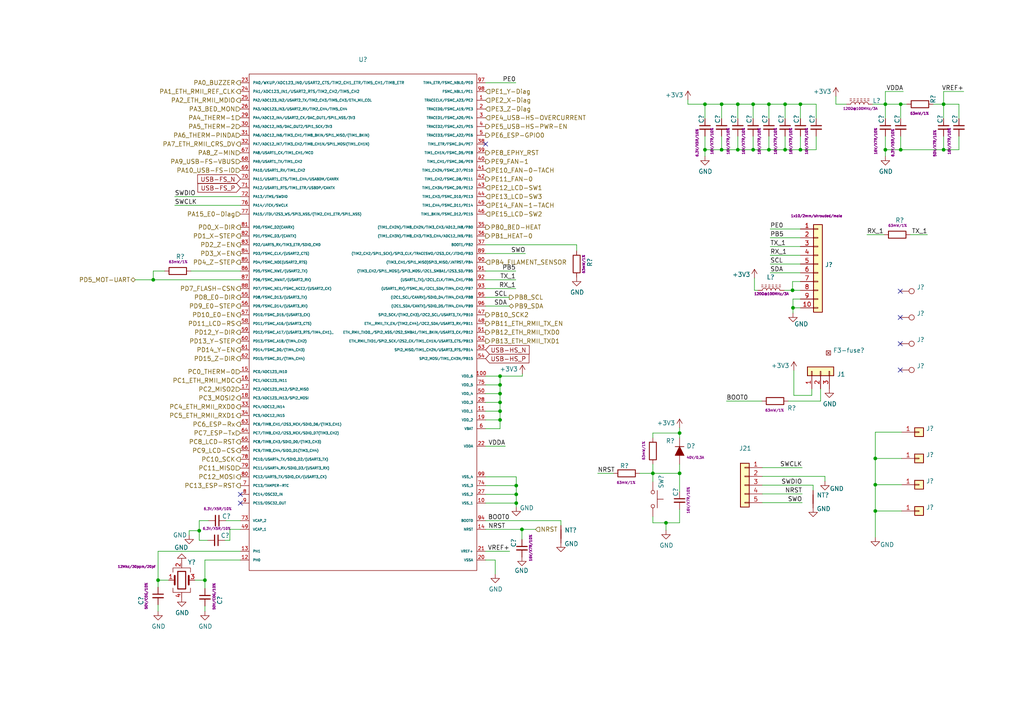
<source format=kicad_sch>
(kicad_sch (version 20211123) (generator eeschema)
  (paper "A4")
  (title_block (title "Buddy") (date "2019-10-24") (rev "v1.0.0") (company "PRUSA Research s.r.o.") (comment 1 "http://creativecommons.org/licenses/by-sa/4.0/") (comment 2 "Licensed under the Attribution-ShareAlike 4.0 International (CC BY-SA 4.0)"))
  (lib_symbols
    (symbol "BUDDY_v1.0.0-rescue:+3.3V-power" (power) (pin_names (offset 0))
      (property "Value" "+3.3V-power" (at 0 3.556 0))
      (symbol "+3.3V-power_0_1"
        (polyline (pts (xy -0.762 1.27) (xy 0 2.54)))
        (polyline (pts (xy 0 0) (xy 0 2.54)))
        (polyline (pts (xy 0 2.54) (xy 0.762 1.27)))
      )
      (symbol "+3.3V-power_1_1"
        (pin power_in line (at 0 0 90) (length 0) hide (name "+3V3") (number "1"))
      )
    )
    (symbol "BUDDY_v1.0.0-rescue:D_ALT-Device" (pin_numbers hide) (pin_names (offset 1.016) hide)
      (property "Reference" "D" (at 0 2.54 0))
      (property "Value" "D_ALT-Device" (at 0 -2.54 0))
      (symbol "D_ALT-Device_0_1"
        (polyline (pts (xy -1.27 1.27) (xy -1.27 -1.27)) (stroke (width 0.2032)))
        (polyline (pts (xy 1.27 0) (xy -1.27 0)))
        (polyline (pts (xy 1.27 1.27) (xy 1.27 -1.27) (xy -1.27 0) (xy 1.27 1.27)) (stroke (width 0.2032)) (fill (type outline)))
      )
      (symbol "D_ALT-Device_1_1"
        (pin passive line (at -3.81 0 0) (length 2.54) (name "K") (number "1"))
        (pin passive line (at 3.81 0 180) (length 2.54) (name "A") (number "2"))
      )
    )
    (symbol "BUDDY_v1.0.0-rescue:L_Core_Ferrite-Device" (pin_numbers hide) (pin_names (offset 1.016) hide)
      (property "Reference" "L" (at -1.27 0 90))
      (property "Value" "L_Core_Ferrite-Device" (at 2.794 0 90))
      (symbol "L_Core_Ferrite-Device_0_1"
        (arc (start 0 -2.54) (mid 0.635 -1.905) (end 0 -1.27))
        (arc (start 0 -1.27) (mid 0.635 -0.635) (end 0 0))
        (polyline (pts (xy 1.016 -2.794) (xy 1.016 -2.286)))
        (polyline (pts (xy 1.016 -1.778) (xy 1.016 -1.27)))
        (polyline (pts (xy 1.016 -0.762) (xy 1.016 -0.254)))
        (polyline (pts (xy 1.016 0.254) (xy 1.016 0.762)))
        (polyline (pts (xy 1.016 1.27) (xy 1.016 1.778)))
        (polyline (pts (xy 1.016 2.286) (xy 1.016 2.794)))
        (polyline (pts (xy 1.524 -2.286) (xy 1.524 -2.794)))
        (polyline (pts (xy 1.524 -1.27) (xy 1.524 -1.778)))
        (polyline (pts (xy 1.524 -0.254) (xy 1.524 -0.762)))
        (polyline (pts (xy 1.524 0.762) (xy 1.524 0.254)))
        (polyline (pts (xy 1.524 1.778) (xy 1.524 1.27)))
        (polyline (pts (xy 1.524 2.794) (xy 1.524 2.286)))
        (arc (start 0 0) (mid 0.635 0.635) (end 0 1.27))
        (arc (start 0 1.27) (mid 0.635 1.905) (end 0 2.54))
      )
      (symbol "L_Core_Ferrite-Device_1_1"
        (pin passive line (at 0 3.81 270) (length 1.27) (name "1") (number "1"))
        (pin passive line (at 0 -3.81 90) (length 1.27) (name "2") (number "2"))
      )
    )
    (symbol "BUDDY_v1.0.0-rescue:MCU-STM32F407VGT6(LQFP100)-MCU_ST_STM32F4" (pin_names (offset 1.016))
      (property "Reference" "U" (at -33.0708 43.2562 0))
      (property "Value" "MCU-STM32F407VGT6(LQFP100)-MCU_ST_STM32F4" (at -35.052 55.372 0))
      (symbol "MCU-STM32F407VGT6(LQFP100)-MCU_ST_STM32F4_0_0"
        (pin bidirectional line (at 35.56 35.56 180) (length 2.54) (name "TRACECLK/FSMC_A23/PE2") (number "1"))
        (pin bidirectional line (at 35.56 -81.28 180) (length 2.54) (name "VSS_1") (number "10"))
        (pin power_in line (at 35.56 -44.45 180) (length 2.54) (name "VDD_6") (number "100"))
        (pin power_in line (at 35.56 -54.61 180) (length 2.54) (name "VDD_1") (number "11"))
        (pin bidirectional line (at -35.56 -97.79 0) (length 2.54) (name "PH0") (number "12"))
        (pin bidirectional line (at -35.56 -95.25 0) (length 2.54) (name "PH1") (number "13"))
        (pin bidirectional line (at 35.56 -88.9 180) (length 2.54) (name "NRST") (number "14"))
        (pin bidirectional line (at -35.56 -43.18 0) (length 2.54) (name "PC0/ADC123_IN10") (number "15"))
        (pin bidirectional line (at -35.56 -45.72 0) (length 2.54) (name "PC1/ADC123_IN11") (number "16"))
        (pin bidirectional line (at -35.56 -48.26 0) (length 2.54) (name "PC2/ADC123_IN12/SPI2_MISO") (number "17"))
        (pin bidirectional line (at -35.56 -50.8 0) (length 2.54) (name "PC3/ADC123_IN13/SPI2_MOSI") (number "18"))
        (pin power_in line (at 35.56 -57.15 180) (length 2.54) (name "VDD_2") (number "19"))
        (pin bidirectional line (at 35.56 33.02 180) (length 2.54) (name "TRACED0/FSMC_A19/PE3") (number "2"))
        (pin bidirectional line (at 35.56 -97.79 180) (length 2.54) (name "VSSA") (number "20"))
        (pin bidirectional line (at 35.56 -95.25 180) (length 2.54) (name "VREF+") (number "21"))
        (pin bidirectional line (at 35.56 -64.77 180) (length 2.54) (name "VDDA") (number "22"))
        (pin bidirectional line (at -35.56 40.64 0) (length 2.54) (name "PA0/WKUP/ADC123_IN0/USART2_CTS/TIM2_CH1_ETR/TIM5_CH1/TIM8_ETR") (number "23"))
        (pin bidirectional line (at -35.56 38.1 0) (length 2.54) (name "PA1/ADC123_IN1/USART2_RTS/TIM2_CH2/TIM5_CH2") (number "24"))
        (pin bidirectional line (at -35.56 35.56 0) (length 2.54) (name "PA2/ADC123_IN2/USART2_TX/TIM2_CH3/TIM5_CH3/ETH_MII_COL") (number "25"))
        (pin bidirectional line (at -35.56 33.02 0) (length 2.54) (name "PA3/ADC123_IN3/USART2_RX/TIM2_CH4/TIM5_CH4") (number "26"))
        (pin bidirectional line (at 35.56 -78.74 180) (length 2.54) (name "VSS_2") (number "27"))
        (pin power_in line (at 35.56 -52.07 180) (length 2.54) (name "VDD_3") (number "28"))
        (pin bidirectional line (at -35.56 30.48 0) (length 2.54) (name "PA4/ADC12_IN4/USART2_CK/DAC_OUT1/SPI1_NSS/3V3") (number "29"))
        (pin bidirectional line (at 35.56 30.48 180) (length 2.54) (name "TRACED1/FSMC_A20/PE4") (number "3"))
        (pin bidirectional line (at -35.56 27.94 0) (length 2.54) (name "PA5/ADC12_IN5/DAC_OUT2/SPI1_SCK/3V3") (number "30"))
        (pin bidirectional line (at -35.56 25.4 0) (length 2.54) (name "PA6/ADC12_IN6/TIM3_CH1/TIM8_BKIN/SPI1_MISO/(TIM1_BKIN)") (number "31"))
        (pin bidirectional line (at -35.56 22.86 0) (length 2.54) (name "PA7/ADC12_IN7/TIM3_CH2/TIM8_CH1N/SPI1_MOSI(TIM1_CH1N)") (number "32"))
        (pin bidirectional line (at -35.56 -53.34 0) (length 2.54) (name "PC4/ADC12_IN14") (number "33"))
        (pin bidirectional line (at -35.56 -55.88 0) (length 2.54) (name "PC5/ADC12_IN15") (number "34"))
        (pin bidirectional line (at 35.56 -1.27 180) (length 2.54) (name "(TIM1_CH2N)/TIM8_CH2N/TIM3_CH3/AD12_IN8/PB0") (number "35"))
        (pin bidirectional line (at 35.56 -3.81 180) (length 2.54) (name "(TIM1_CH3N)/TIM8_CH3/TIM3_CH4/ADC12_IN9/PB1") (number "36"))
        (pin bidirectional line (at 35.56 -6.35 180) (length 2.54) (name "BOOT1/PB2") (number "37"))
        (pin bidirectional line (at 35.56 22.86 180) (length 2.54) (name "TIM1_ETR/FSMC_D4/PE7") (number "38"))
        (pin bidirectional line (at 35.56 20.32 180) (length 2.54) (name "TIM1_CH1N/FSMC_D5/PE8") (number "39"))
        (pin bidirectional line (at 35.56 27.94 180) (length 2.54) (name "TRACED2/FSMC_A21/PE5") (number "4"))
        (pin bidirectional line (at 35.56 17.78 180) (length 2.54) (name "TIM1_CH1/FSMC_D6/PE9") (number "40"))
        (pin bidirectional line (at 35.56 15.24 180) (length 2.54) (name "TIM1_CH2N/FSMC_D7/PE10") (number "41"))
        (pin bidirectional line (at 35.56 12.7 180) (length 2.54) (name "TIM1_CH2/FSMC_D8/PE11") (number "42"))
        (pin bidirectional line (at 35.56 10.16 180) (length 2.54) (name "TIM1_CH3N/FSMC_D9/PE12") (number "43"))
        (pin bidirectional line (at 35.56 7.62 180) (length 2.54) (name "TIM1_CH3/FSMC_D10/PE13") (number "44"))
        (pin bidirectional line (at 35.56 5.08 180) (length 2.54) (name "TIM1_CH4/FSMC_D11/PE14") (number "45"))
        (pin bidirectional line (at 35.56 2.54 180) (length 2.54) (name "TIM1_BKIN/FSMC_D12/PE15") (number "46"))
        (pin bidirectional line (at 35.56 -26.67 180) (length 2.54) (name "SPI2_SCK/(TIM2_CH3)/I2C2_SCL/USART3_TX/PB10") (number "47"))
        (pin bidirectional line (at 35.56 -29.21 180) (length 2.54) (name "ETH__RMII_TX_EN/(TIM2_CH4)/I2C2_SDA/USART3_RX/PB11") (number "48"))
        (pin bidirectional line (at -35.56 -88.9 0) (length 2.54) (name "VCAP_1") (number "49"))
        (pin bidirectional line (at 35.56 25.4 180) (length 2.54) (name "TRACED3/FSMC_A22/PE6") (number "5"))
        (pin power_in line (at 35.56 -49.53 180) (length 2.54) (name "VDD_4") (number "50"))
        (pin bidirectional line (at 35.56 -31.75 180) (length 2.54) (name "ETH_RMII_TXD0_/SPI2_NSS/I2S2_SMBA1/TIM1_BKIN/USART3_CK/PB12") (number "51"))
        (pin bidirectional line (at 35.56 -34.29 180) (length 2.54) (name "ETH_RMII_TXD1/SPI2_SCK/I2S2_CK/TIM1_CH1N/USART3_CTS/PB13") (number "52"))
        (pin bidirectional line (at 35.56 -36.83 180) (length 2.54) (name "SPI2_MISO/TIM1_CH2N/USART3_RTS/PB14") (number "53"))
        (pin bidirectional line (at 35.56 -39.37 180) (length 2.54) (name "SPI2_MOSI/TIM1_CH3N/PB15") (number "54"))
        (pin bidirectional line (at -35.56 -21.59 0) (length 2.54) (name "PD8/FSMC_D13/(USART3_TX)") (number "55"))
        (pin bidirectional line (at -35.56 -24.13 0) (length 2.54) (name "PD9/FSMC_D14/(USART3_RX)") (number "56"))
        (pin bidirectional line (at -35.56 -26.67 0) (length 2.54) (name "PD10/FSMC_D15/(USART3_CK)") (number "57"))
        (pin bidirectional line (at -35.56 -29.21 0) (length 2.54) (name "PD11/FSMC_A16/(USART3_CTS)") (number "58"))
        (pin bidirectional line (at -35.56 -31.75 0) (length 2.54) (name "PD12/FSMC_A17/(USART3_RTS/TIM4_CH1)_") (number "59"))
        (pin power_in line (at 35.56 -59.69 180) (length 2.54) (name "VBAT") (number "6"))
        (pin bidirectional line (at -35.56 -34.29 0) (length 2.54) (name "PD13/FSMC_A18/(TIM4_CH2)") (number "60"))
        (pin bidirectional line (at -35.56 -36.83 0) (length 2.54) (name "PD14/FSMC_D0/(TIM4_CH3)") (number "61"))
        (pin bidirectional line (at -35.56 -39.37 0) (length 2.54) (name "PD15/FSMC_D1/(TIM4_CH4)") (number "62"))
        (pin bidirectional line (at -35.56 -58.42 0) (length 2.54) (name "PC6/TIM8_CH1/I2S3_MCK/SDIO_D6/(TIM3_CH1)") (number "63"))
        (pin bidirectional line (at -35.56 -60.96 0) (length 2.54) (name "PC7/TIM8_CH2/I2S3_MCK/SDIO_D7(TIM3_CH2)") (number "64"))
        (pin bidirectional line (at -35.56 -63.5 0) (length 2.54) (name "PC8/TIM8_CH3/SDIO_D0/(TIM3_CH3)") (number "65"))
        (pin bidirectional line (at -35.56 -66.04 0) (length 2.54) (name "PC9/TIM8_CH4/SIDO_D1(TIM3_CH4)") (number "66"))
        (pin bidirectional line (at -35.56 20.32 0) (length 2.54) (name "PA8/USART1_CK/TIM1_CH1/MCO") (number "67"))
        (pin bidirectional line (at -35.56 17.78 0) (length 2.54) (name "PA9/USART1_TX/TIM1_CH2") (number "68"))
        (pin bidirectional line (at -35.56 15.24 0) (length 2.54) (name "PA10/USART1_RX/TIM1_CH2") (number "69"))
        (pin bidirectional line (at -35.56 -76.2 0) (length 2.54) (name "PC13/TAMPER-RTC") (number "7"))
        (pin bidirectional line (at -35.56 12.7 0) (length 2.54) (name "PA11/USART1_CTS/TIM1_CH4/USABDM/CANRX") (number "70"))
        (pin bidirectional line (at -35.56 10.16 0) (length 2.54) (name "PA12/USART1_RTS/TIM1_ETR/USBDP/CANTX") (number "71"))
        (pin bidirectional line (at -35.56 7.62 0) (length 2.54) (name "PA13/JTMS/SWDIO") (number "72"))
        (pin bidirectional line (at -35.56 -86.36 0) (length 2.54) (name "VCAP_2") (number "73"))
        (pin bidirectional line (at 35.56 -76.2 180) (length 2.54) (name "VSS_3") (number "74"))
        (pin power_in line (at 35.56 -46.99 180) (length 2.54) (name "VDD_5") (number "75"))
        (pin bidirectional line (at -35.56 5.08 0) (length 2.54) (name "PA14/JTCK/SWCLK") (number "76"))
        (pin bidirectional line (at -35.56 2.54 0) (length 2.54) (name "PA15/JTDI/I2S3_WS/SPI3_NSS/(TIM2_CH1_ETR/SPI1_NSS)") (number "77"))
        (pin bidirectional line (at -35.56 -68.58 0) (length 2.54) (name "PC10/USART4_TX/SDIO_D2/(USART3_TX)") (number "78"))
        (pin bidirectional line (at -35.56 -71.12 0) (length 2.54) (name "PC11/USART4_RX/SDIO_D3/(USART3_RX)") (number "79"))
        (pin bidirectional line (at -35.56 -78.74 0) (length 2.54) (name "PC14/OSC32_IN") (number "8"))
        (pin bidirectional line (at -35.56 -73.66 0) (length 2.54) (name "PC12/UART5_TX/SDIO_CK/(USART3_CK)") (number "80"))
        (pin bidirectional line (at -35.56 -1.27 0) (length 2.54) (name "PD0/FSMC_D2(CANRX)") (number "81"))
        (pin bidirectional line (at -35.56 -3.81 0) (length 2.54) (name "PD1/FSMC_D3/(CANTX)") (number "82"))
        (pin bidirectional line (at -35.56 -6.35 0) (length 2.54) (name "PD2/UART5_RX/TIM3_ETR/SDIO_CMD") (number "83"))
        (pin bidirectional line (at -35.56 -8.89 0) (length 2.54) (name "PD3/FSMC_CLK/(USART2_CTS)") (number "84"))
        (pin bidirectional line (at -35.56 -11.43 0) (length 2.54) (name "PD4/FSMC_NOE(USART2_RTS)") (number "85"))
        (pin bidirectional line (at -35.56 -13.97 0) (length 2.54) (name "PD5/FSMC_NWE/(USART2_TX)") (number "86"))
        (pin bidirectional line (at -35.56 -16.51 0) (length 2.54) (name "PD6/FSMC_NWAIT/(USART2_RX)") (number "87"))
        (pin bidirectional line (at -35.56 -19.05 0) (length 2.54) (name "PD7/FSMC_NE1/FSMC_NCE2/(USART2_CK)") (number "88"))
        (pin bidirectional line (at 35.56 -8.89 180) (length 2.54) (name "(TIM2_CH2/SPI1_SCK)/SPI3_CLK/TRACESWO/I2S3_CK/JTDIO/PB3") (number "89"))
        (pin bidirectional line (at -35.56 -81.28 0) (length 2.54) (name "PC15/OSC32_OUT") (number "9"))
        (pin bidirectional line (at 35.56 -11.43 180) (length 2.54) (name "(TIM3_CH1/SPI1_MISO)SPI3_MISO/JNTRST/PB4") (number "90"))
        (pin bidirectional line (at 35.56 -13.97 180) (length 2.54) (name "(TIM3_CH2/SPI1_MOSI)/SPI3_MOSI/I2C1_SMBA1/I2S3_SD/PB5") (number "91"))
        (pin bidirectional line (at 35.56 -16.51 180) (length 2.54) (name "(USART1_TX)/I2C1_CLK/TIM4_CH1/PB6") (number "92"))
        (pin bidirectional line (at 35.56 -19.05 180) (length 2.54) (name "(USART1_RX)/FSMC_NL/I2C1_SDA/TIM4_CH2/PB7") (number "93"))
        (pin bidirectional line (at 35.56 -86.36 180) (length 2.54) (name "BOOT0") (number "94"))
        (pin bidirectional line (at 35.56 -21.59 180) (length 2.54) (name "(I2C1_SCL/CANRX)/SDIO_D4/TIM4_CH3/PB8") (number "95"))
        (pin bidirectional line (at 35.56 -24.13 180) (length 2.54) (name "(I2C1_SDA/CANTX)/SDIO_D5/TIM4_CH4/PB9") (number "96"))
        (pin bidirectional line (at 35.56 40.64 180) (length 2.54) (name "TIM4_ETR/FSMC_NBL0/PE0") (number "97"))
        (pin bidirectional line (at 35.56 38.1 180) (length 2.54) (name "FSMC_NBL1/PE1") (number "98"))
        (pin bidirectional line (at 35.56 -73.66 180) (length 2.54) (name "VSS_4") (number "99"))
      )
      (symbol "MCU-STM32F407VGT6(LQFP100)-MCU_ST_STM32F4_1_1"
        (rectangle (start -33.02 43.18) (end 33.02 -100.838))
      )
    )
    (symbol "BUDDY_v1.0.0-rescue:MEC-A3IDES-rescue" (pin_names (offset 1.016))
      (property "Reference" "M" (at 1.27 1.016 0))
      (property "Value" "MEC-A3IDES-rescue" (at 1.27 -0.762 0))
      (symbol "MEC-A3IDES-rescue_0_1"
        (rectangle (start -0.254 1.27) (end 1.016 0))
        (polyline (pts (xy 0 0.254) (xy 0.762 1.016)))
        (polyline (pts (xy 0.762 0.254) (xy 0 1.016)))
      )
    )
    (symbol "BUDDY_v1.0.0-rescue:Net-Tie_2-Device" (pin_numbers hide) (pin_names (offset 0) hide)
      (property "Reference" "NT" (at 0 1.27 0))
      (property "Value" "Net-Tie_2-Device" (at 0 -1.27 0))
      (symbol "Net-Tie_2-Device_0_1"
        (polyline (pts (xy -1.27 0) (xy 1.27 0)) (stroke (width 0.254)))
      )
      (symbol "Net-Tie_2-Device_1_1"
        (pin passive line (at -2.54 0 0) (length 2.54) (name "1") (number "1"))
        (pin passive line (at 2.54 0 180) (length 2.54) (name "2") (number "2"))
      )
    )
    (symbol "BUDDY_v1.0.0-rescue:TestPoint_0-Connector" (pin_numbers hide) (pin_names (offset 0.762) hide)
      (property "Reference" "TP" (at 0 6.858 0))
      (property "Value" "TestPoint_0-Connector" (at 0 5.08 0))
      (symbol "TestPoint_0-Connector_0_1"
        (circle (center 0 3.302) (radius 0.762))
      )
      (symbol "TestPoint_0-Connector_1_1"
        (pin passive line (at 0 0 90) (length 2.54) (name "~") (number "~"))
      )
    )
    (symbol "Connector_Generic:Conn_01x01" (pin_names (offset 1.016) hide)
      (property "Reference" "J" (at 0 2.54 0))
      (property "Value" "Conn_01x01" (at 0 -2.54 0))
      (symbol "Conn_01x01_1_1"
        (rectangle (start -1.27 0.127) (end 0 -0.127) (stroke (width 0.1524)))
        (rectangle (start -1.27 1.27) (end 1.27 -1.27) (stroke (width 0.254)) (fill (type background)))
        (pin passive line (at -5.08 0 0) (length 3.81) (name "Pin_1") (number "1"))
      )
    )
    (symbol "Connector_Generic:Conn_01x03" (pin_names (offset 1.016) hide)
      (property "Reference" "J" (at 0 5.08 0))
      (property "Value" "Conn_01x03" (at 0 -5.08 0))
      (symbol "Conn_01x03_1_1"
        (rectangle (start -1.27 -2.413) (end 0 -2.667) (stroke (width 0.1524)))
        (rectangle (start -1.27 0.127) (end 0 -0.127) (stroke (width 0.1524)))
        (rectangle (start -1.27 2.667) (end 0 2.413) (stroke (width 0.1524)))
        (rectangle (start -1.27 3.81) (end 1.27 -3.81) (stroke (width 0.254)) (fill (type background)))
        (pin passive line (at -5.08 2.54 0) (length 3.81) (name "Pin_1") (number "1"))
        (pin passive line (at -5.08 0 0) (length 3.81) (name "Pin_2") (number "2"))
        (pin passive line (at -5.08 -2.54 0) (length 3.81) (name "Pin_3") (number "3"))
      )
    )
    (symbol "Connector_Generic:Conn_01x05" (pin_names (offset 1.016) hide)
      (property "Reference" "J" (at 0 7.62 0))
      (property "Value" "Conn_01x05" (at 0 -7.62 0))
      (symbol "Conn_01x05_1_1"
        (rectangle (start -1.27 -4.953) (end 0 -5.207) (stroke (width 0.1524)))
        (rectangle (start -1.27 -2.413) (end 0 -2.667) (stroke (width 0.1524)))
        (rectangle (start -1.27 0.127) (end 0 -0.127) (stroke (width 0.1524)))
        (rectangle (start -1.27 2.667) (end 0 2.413) (stroke (width 0.1524)))
        (rectangle (start -1.27 5.207) (end 0 4.953) (stroke (width 0.1524)))
        (rectangle (start -1.27 6.35) (end 1.27 -6.35) (stroke (width 0.254)) (fill (type background)))
        (pin passive line (at -5.08 5.08 0) (length 3.81) (name "Pin_1") (number "1"))
        (pin passive line (at -5.08 2.54 0) (length 3.81) (name "Pin_2") (number "2"))
        (pin passive line (at -5.08 0 0) (length 3.81) (name "Pin_3") (number "3"))
        (pin passive line (at -5.08 -2.54 0) (length 3.81) (name "Pin_4") (number "4"))
        (pin passive line (at -5.08 -5.08 0) (length 3.81) (name "Pin_5") (number "5"))
      )
    )
    (symbol "Connector_Generic:Conn_01x10" (pin_names (offset 1.016) hide)
      (property "Reference" "J" (at 0 12.7 0))
      (property "Value" "Conn_01x10" (at 0 -15.24 0))
      (symbol "Conn_01x10_1_1"
        (rectangle (start -1.27 -12.573) (end 0 -12.827) (stroke (width 0.1524)))
        (rectangle (start -1.27 -10.033) (end 0 -10.287) (stroke (width 0.1524)))
        (rectangle (start -1.27 -7.493) (end 0 -7.747) (stroke (width 0.1524)))
        (rectangle (start -1.27 -4.953) (end 0 -5.207) (stroke (width 0.1524)))
        (rectangle (start -1.27 -2.413) (end 0 -2.667) (stroke (width 0.1524)))
        (rectangle (start -1.27 0.127) (end 0 -0.127) (stroke (width 0.1524)))
        (rectangle (start -1.27 2.667) (end 0 2.413) (stroke (width 0.1524)))
        (rectangle (start -1.27 5.207) (end 0 4.953) (stroke (width 0.1524)))
        (rectangle (start -1.27 7.747) (end 0 7.493) (stroke (width 0.1524)))
        (rectangle (start -1.27 10.287) (end 0 10.033) (stroke (width 0.1524)))
        (rectangle (start -1.27 11.43) (end 1.27 -13.97) (stroke (width 0.254)) (fill (type background)))
        (pin passive line (at -5.08 10.16 0) (length 3.81) (name "Pin_1") (number "1"))
        (pin passive line (at -5.08 -12.7 0) (length 3.81) (name "Pin_10") (number "10"))
        (pin passive line (at -5.08 7.62 0) (length 3.81) (name "Pin_2") (number "2"))
        (pin passive line (at -5.08 5.08 0) (length 3.81) (name "Pin_3") (number "3"))
        (pin passive line (at -5.08 2.54 0) (length 3.81) (name "Pin_4") (number "4"))
        (pin passive line (at -5.08 0 0) (length 3.81) (name "Pin_5") (number "5"))
        (pin passive line (at -5.08 -2.54 0) (length 3.81) (name "Pin_6") (number "6"))
        (pin passive line (at -5.08 -5.08 0) (length 3.81) (name "Pin_7") (number "7"))
        (pin passive line (at -5.08 -7.62 0) (length 3.81) (name "Pin_8") (number "8"))
        (pin passive line (at -5.08 -10.16 0) (length 3.81) (name "Pin_9") (number "9"))
      )
    )
    (symbol "Device:C_Small" (pin_numbers hide) (pin_names (offset 0.254) hide)
      (property "Reference" "C" (at 0.254 1.778 0))
      (property "Value" "C_Small" (at 0.254 -2.032 0))
      (symbol "C_Small_0_1"
        (polyline (pts (xy -1.524 -0.508) (xy 1.524 -0.508)) (stroke (width 0.3302)))
        (polyline (pts (xy -1.524 0.508) (xy 1.524 0.508)) (stroke (width 0.3048)))
      )
      (symbol "C_Small_1_1"
        (pin passive line (at 0 2.54 270) (length 2.032) (name "~") (number "1"))
        (pin passive line (at 0 -2.54 90) (length 2.032) (name "~") (number "2"))
      )
    )
    (symbol "Device:Crystal_GND24" (pin_names (offset 1.016) hide)
      (property "Reference" "Y" (at 3.175 5.08 0))
      (property "Value" "Crystal_GND24" (at 3.175 3.175 0))
      (symbol "Crystal_GND24_0_1"
        (rectangle (start -1.143 2.54) (end 1.143 -2.54) (stroke (width 0.3048)))
        (polyline (pts (xy -2.54 0) (xy -2.032 0)))
        (polyline (pts (xy -2.032 -1.27) (xy -2.032 1.27)) (stroke (width 0.508)))
        (polyline (pts (xy 0 -3.81) (xy 0 -3.556)))
        (polyline (pts (xy 0 3.556) (xy 0 3.81)))
        (polyline (pts (xy 2.032 -1.27) (xy 2.032 1.27)) (stroke (width 0.508)))
        (polyline (pts (xy 2.032 0) (xy 2.54 0)))
        (polyline (pts (xy -2.54 -2.286) (xy -2.54 -3.556) (xy 2.54 -3.556) (xy 2.54 -2.286)))
        (polyline (pts (xy -2.54 2.286) (xy -2.54 3.556) (xy 2.54 3.556) (xy 2.54 2.286)))
      )
      (symbol "Crystal_GND24_1_1"
        (pin passive line (at -3.81 0 0) (length 1.27) (name "1") (number "1"))
        (pin passive line (at 0 5.08 270) (length 1.27) (name "2") (number "2"))
        (pin passive line (at 3.81 0 180) (length 1.27) (name "3") (number "3"))
        (pin passive line (at 0 -5.08 90) (length 1.27) (name "4") (number "4"))
      )
    )
    (symbol "Device:R" (pin_numbers hide) (pin_names (offset 0))
      (property "Reference" "R" (at 2.032 0 90))
      (property "Value" "R" (at 0 0 90))
      (symbol "R_0_1"
        (rectangle (start -1.016 -2.54) (end 1.016 2.54) (stroke (width 0.254)))
      )
      (symbol "R_1_1"
        (pin passive line (at 0 3.81 270) (length 1.27) (name "~") (number "1"))
        (pin passive line (at 0 -3.81 90) (length 1.27) (name "~") (number "2"))
      )
    )
    (symbol "Switch:SW_Push" (pin_numbers hide) (pin_names (offset 1.016) hide)
      (property "Reference" "SW" (at 1.27 2.54 0))
      (property "Value" "SW_Push" (at 0 -1.524 0))
      (symbol "SW_Push_0_1"
        (circle (center -2.032 0) (radius 0.508))
        (polyline (pts (xy 0 1.27) (xy 0 3.048)))
        (polyline (pts (xy 2.54 1.27) (xy -2.54 1.27)))
        (circle (center 2.032 0) (radius 0.508))
        (pin passive line (at -5.08 0 0) (length 2.54) (name "1") (number "1"))
        (pin passive line (at 5.08 0 180) (length 2.54) (name "2") (number "2"))
      )
    )
    (symbol "power:GND" (power) (pin_names (offset 0))
      (property "Value" "GND" (at 0 -3.81 0))
      (symbol "GND_0_1"
        (polyline (pts (xy 0 0) (xy 0 -1.27) (xy 1.27 -1.27) (xy 0 -2.54) (xy -1.27 -1.27) (xy 0 -1.27)))
      )
      (symbol "GND_1_1"
        (pin power_in line (at 0 0 270) (length 0) hide (name "GND") (number "1"))
      )
    )
  )
  (junction (at 229.87 84.201))
  (junction (at 227.711 43.434))
  (junction (at 256.794 43.434))
  (junction (at 253.873 140.589))
  (junction (at 253.873 132.969))
  (junction (at 193.167 151.638))
  (junction (at 59.436 168.275))
  (junction (at 273.685 30.226))
  (junction (at 189.357 137.287))
  (junction (at 261.239 30.226))
  (junction (at 209.296 30.226))
  (junction (at 253.873 148.209))
  (junction (at 197.104 125.603))
  (junction (at 149.733 145.923))
  (junction (at 213.995 43.434))
  (junction (at 149.733 143.383))
  (junction (at 256.794 30.226))
  (junction (at 45.847 168.275))
  (junction (at 57.785 153.924))
  (junction (at 223.012 43.434))
  (junction (at 229.997 89.281))
  (junction (at 213.995 30.226))
  (junction (at 197.104 137.287))
  (junction (at 151.384 153.543))
  (junction (at 232.156 30.226))
  (junction (at 218.44 43.434))
  (junction (at 204.47 43.434))
  (junction (at 145.034 109.093))
  (junction (at 145.034 116.713))
  (junction (at 209.296 43.434))
  (junction (at 261.239 43.434))
  (junction (at 145.034 114.173))
  (junction (at 149.733 140.843))
  (junction (at 44.45 81.153))
  (junction (at 223.012 30.226))
  (junction (at 273.685 43.434))
  (junction (at 218.44 30.226))
  (junction (at 145.034 119.253))
  (junction (at 232.156 43.434))
  (junction (at 145.034 121.793))
  (junction (at 227.711 30.226))
  (junction (at 145.034 111.633))
  (junction (at 204.47 30.226))
  (no_connect (at 140.843 41.783))
  (no_connect (at 69.723 145.923))
  (no_connect (at 261.112 107.315))
  (no_connect (at 261.112 99.695))
  (no_connect (at 261.112 92.075))
  (no_connect (at 69.723 143.383))
  (no_connect (at 261.112 84.455))
  (wire (pts (xy 151.384 153.543) (xy 155.321 153.543)))
  (wire (pts (xy 140.843 111.633) (xy 145.034 111.633)))
  (wire (pts (xy 199.517 30.226) (xy 199.517 28.956)))
  (wire (pts (xy 197.104 142.621) (xy 197.104 137.287)))
  (wire (pts (xy 177.927 137.287) (xy 173.355 137.287)))
  (wire (pts (xy 273.685 30.226) (xy 273.685 34.417)))
  (wire (pts (xy 261.239 43.434) (xy 273.685 43.434)))
  (wire (pts (xy 44.45 81.153) (xy 69.723 81.153)))
  (wire (pts (xy 140.843 162.433) (xy 143.637 162.433)))
  (wire (pts (xy 232.664 145.796) (xy 221.107 145.796)))
  (wire (pts (xy 235.458 112.776) (xy 235.458 114.681)))
  (wire (pts (xy 140.843 119.253) (xy 145.034 119.253)))
  (wire (pts (xy 261.239 30.226) (xy 263.017 30.226)))
  (wire (pts (xy 140.843 86.233) (xy 147.701 86.233)))
  (wire (pts (xy 273.685 43.434) (xy 278.13 43.434)))
  (wire (pts (xy 213.995 30.226) (xy 213.995 34.417)))
  (wire (pts (xy 59.436 175.768) (xy 59.436 177.292)))
  (wire (pts (xy 223.012 30.226) (xy 223.012 34.417)))
  (wire (pts (xy 253.873 125.349) (xy 253.873 132.969)))
  (wire (pts (xy 223.012 39.497) (xy 223.012 43.434)))
  (wire (pts (xy 229.87 81.661) (xy 232.156 81.661)))
  (wire (pts (xy 140.843 70.993) (xy 167.259 70.993)))
  (wire (pts (xy 273.685 30.226) (xy 278.13 30.226)))
  (wire (pts (xy 229.997 89.281) (xy 229.997 86.741)))
  (wire (pts (xy 236.728 30.226) (xy 232.156 30.226)))
  (wire (pts (xy 197.104 125.603) (xy 197.104 124.079)))
  (wire (pts (xy 140.843 78.613) (xy 149.606 78.613)))
  (wire (pts (xy 57.785 156.718) (xy 57.785 153.924)))
  (wire (pts (xy 45.847 168.275) (xy 48.895 168.275)))
  (wire (pts (xy 227.711 43.434) (xy 232.156 43.434)))
  (wire (pts (xy 145.034 114.173) (xy 145.034 116.713)))
  (wire (pts (xy 223.393 76.581) (xy 232.156 76.581)))
  (wire (pts (xy 145.034 121.793) (xy 145.034 124.333)))
  (wire (pts (xy 232.156 43.434) (xy 232.156 39.497)))
  (wire (pts (xy 145.034 109.093) (xy 145.034 111.633)))
  (wire (pts (xy 189.357 151.638) (xy 189.357 149.86)))
  (wire (pts (xy 189.357 137.287) (xy 189.357 139.7)))
  (wire (pts (xy 145.034 124.333) (xy 140.843 124.333)))
  (wire (pts (xy 45.847 177.292) (xy 45.847 175.387)))
  (wire (pts (xy 218.44 30.226) (xy 218.44 34.417)))
  (wire (pts (xy 140.843 121.793) (xy 145.034 121.793)))
  (wire (pts (xy 218.44 39.497) (xy 218.44 43.434)))
  (wire (pts (xy 140.843 145.923) (xy 149.733 145.923)))
  (wire (pts (xy 57.785 151.003) (xy 60.452 151.003)))
  (wire (pts (xy 235.839 140.716) (xy 235.839 142.24)))
  (wire (pts (xy 66.675 153.543) (xy 69.723 153.543)))
  (wire (pts (xy 55.372 78.613) (xy 69.723 78.613)))
  (wire (pts (xy 140.843 151.003) (xy 162.687 151.003)))
  (wire (pts (xy 218.44 30.226) (xy 213.995 30.226)))
  (wire (pts (xy 140.843 83.693) (xy 149.606 83.693)))
  (wire (pts (xy 189.357 127) (xy 189.357 125.603)))
  (wire (pts (xy 232.156 30.226) (xy 232.156 34.417)))
  (wire (pts (xy 218.44 43.434) (xy 223.012 43.434)))
  (wire (pts (xy 261.239 43.434) (xy 261.239 39.497)))
  (wire (pts (xy 162.687 151.003) (xy 162.687 152.4)))
  (wire (pts (xy 44.45 78.613) (xy 47.752 78.613)))
  (wire (pts (xy 273.685 26.543) (xy 279.527 26.543)))
  (wire (pts (xy 140.843 143.383) (xy 149.733 143.383)))
  (wire (pts (xy 278.13 43.434) (xy 278.13 39.497)))
  (wire (pts (xy 236.728 43.434) (xy 236.728 39.497)))
  (wire (pts (xy 65.278 156.718) (xy 66.675 156.718)))
  (wire (pts (xy 223.012 30.226) (xy 218.44 30.226)))
  (wire (pts (xy 227.711 30.226) (xy 223.012 30.226)))
  (wire (pts (xy 253.873 132.969) (xy 261.493 132.969)))
  (wire (pts (xy 204.47 43.434) (xy 204.47 45.339)))
  (wire (pts (xy 209.296 39.497) (xy 209.296 43.434)))
  (wire (pts (xy 69.723 151.003) (xy 65.532 151.003)))
  (wire (pts (xy 149.733 145.923) (xy 149.733 143.383)))
  (wire (pts (xy 185.547 137.287) (xy 189.357 137.287)))
  (wire (pts (xy 204.47 43.434) (xy 209.296 43.434)))
  (wire (pts (xy 59.436 168.275) (xy 59.436 162.433)))
  (wire (pts (xy 189.357 125.603) (xy 197.104 125.603)))
  (wire (pts (xy 204.47 30.226) (xy 209.296 30.226)))
  (wire (pts (xy 223.393 74.041) (xy 232.156 74.041)))
  (wire (pts (xy 140.843 109.093) (xy 145.034 109.093)))
  (wire (pts (xy 209.296 30.226) (xy 209.296 34.417)))
  (wire (pts (xy 199.517 30.226) (xy 204.47 30.226)))
  (wire (pts (xy 256.794 30.226) (xy 256.794 34.417)))
  (wire (pts (xy 256.794 43.434) (xy 256.794 45.339)))
  (wire (pts (xy 145.034 116.713) (xy 145.034 119.253)))
  (wire (pts (xy 140.843 88.773) (xy 147.701 88.773)))
  (wire (pts (xy 229.87 81.661) (xy 229.87 84.201)))
  (wire (pts (xy 167.259 70.993) (xy 167.259 72.771)))
  (wire (pts (xy 54.864 155.194) (xy 54.864 153.924)))
  (wire (pts (xy 221.107 140.716) (xy 235.839 140.716)))
  (wire (pts (xy 57.785 153.924) (xy 57.785 151.003)))
  (wire (pts (xy 56.515 168.275) (xy 59.436 168.275)))
  (wire (pts (xy 253.873 132.969) (xy 253.873 140.589)))
  (wire (pts (xy 140.843 114.173) (xy 145.034 114.173)))
  (wire (pts (xy 44.45 81.153) (xy 44.45 78.613)))
  (wire (pts (xy 232.156 68.961) (xy 223.393 68.961)))
  (wire (pts (xy 230.251 114.681) (xy 230.251 107.442)))
  (wire (pts (xy 256.794 26.543) (xy 262.001 26.543)))
  (wire (pts (xy 140.843 73.533) (xy 152.4 73.533)))
  (wire (pts (xy 253.873 140.589) (xy 253.873 148.209)))
  (wire (pts (xy 140.843 159.893) (xy 147.828 159.893)))
  (wire (pts (xy 232.156 66.421) (xy 223.393 66.421)))
  (wire (pts (xy 149.733 140.843) (xy 149.733 138.303)))
  (wire (pts (xy 232.156 89.281) (xy 229.997 89.281)))
  (wire (pts (xy 140.843 81.153) (xy 149.606 81.153)))
  (wire (pts (xy 44.45 81.153) (xy 39.243 81.153)))
  (wire (pts (xy 204.47 30.226) (xy 204.47 34.417)))
  (wire (pts (xy 45.847 159.893) (xy 45.847 168.275)))
  (wire (pts (xy 209.296 43.434) (xy 213.995 43.434)))
  (wire (pts (xy 140.843 140.843) (xy 149.733 140.843)))
  (wire (pts (xy 268.986 68.072) (xy 264.033 68.072)))
  (wire (pts (xy 261.493 140.589) (xy 253.873 140.589)))
  (wire (pts (xy 261.239 30.226) (xy 261.239 34.417)))
  (wire (pts (xy 197.104 127) (xy 197.104 125.603)))
  (wire (pts (xy 193.167 151.638) (xy 189.357 151.638)))
  (wire (pts (xy 278.13 30.226) (xy 278.13 34.417)))
  (wire (pts (xy 253.111 30.226) (xy 256.794 30.226)))
  (wire (pts (xy 273.685 39.497) (xy 273.685 43.434)))
  (wire (pts (xy 221.107 138.176) (xy 239.268 138.176)))
  (wire (pts (xy 253.873 148.209) (xy 261.493 148.209)))
  (wire (pts (xy 197.104 137.287) (xy 197.104 134.62)))
  (wire (pts (xy 140.843 153.543) (xy 151.384 153.543)))
  (wire (pts (xy 140.843 138.303) (xy 149.733 138.303)))
  (wire (pts (xy 151.511 108.458) (xy 151.511 109.093)))
  (wire (pts (xy 232.156 30.226) (xy 227.711 30.226)))
  (wire (pts (xy 229.87 84.201) (xy 232.156 84.201)))
  (wire (pts (xy 242.443 30.226) (xy 242.443 27.94)))
  (wire (pts (xy 45.847 159.893) (xy 69.723 159.893)))
  (wire (pts (xy 145.034 111.633) (xy 145.034 114.173)))
  (wire (pts (xy 189.357 137.287) (xy 189.357 134.62)))
  (wire (pts (xy 213.995 43.434) (xy 218.44 43.434)))
  (wire (pts (xy 145.034 109.093) (xy 151.511 109.093)))
  (wire (pts (xy 237.998 116.332) (xy 237.998 112.776)))
  (wire (pts (xy 197.104 151.638) (xy 193.167 151.638)))
  (wire (pts (xy 213.995 39.497) (xy 213.995 43.434)))
  (wire (pts (xy 140.843 129.413) (xy 146.558 129.413)))
  (wire (pts (xy 221.107 143.256) (xy 232.664 143.256)))
  (wire (pts (xy 232.156 43.434) (xy 236.728 43.434)))
  (wire (pts (xy 261.493 125.349) (xy 253.873 125.349)))
  (wire (pts (xy 197.104 147.701) (xy 197.104 151.638)))
  (wire (pts (xy 60.198 156.718) (xy 57.785 156.718)))
  (wire (pts (xy 54.864 153.924) (xy 57.785 153.924)))
  (wire (pts (xy 242.443 30.226) (xy 245.491 30.226)))
  (wire (pts (xy 59.436 162.433) (xy 69.723 162.433)))
  (wire (pts (xy 227.457 84.201) (xy 229.87 84.201)))
  (wire (pts (xy 221.107 135.636) (xy 232.664 135.636)))
  (wire (pts (xy 197.104 137.287) (xy 189.357 137.287)))
  (wire (pts (xy 193.167 153.797) (xy 193.167 151.638)))
  (wire (pts (xy 256.794 30.226) (xy 256.794 26.543)))
  (wire (pts (xy 204.47 43.434) (xy 204.47 39.497)))
  (wire (pts (xy 140.843 24.003) (xy 149.606 24.003)))
  (wire (pts (xy 149.733 147.066) (xy 149.733 145.923)))
  (wire (pts (xy 270.637 30.226) (xy 273.685 30.226)))
  (wire (pts (xy 50.673 57.023) (xy 69.723 57.023)))
  (wire (pts (xy 228.6 116.332) (xy 237.998 116.332)))
  (wire (pts (xy 50.673 59.563) (xy 69.723 59.563)))
  (wire (pts (xy 256.794 39.497) (xy 256.794 43.434)))
  (wire (pts (xy 45.847 170.307) (xy 45.847 168.275)))
  (wire (pts (xy 218.821 80.645) (xy 218.821 84.201)))
  (wire (pts (xy 256.794 43.434) (xy 261.239 43.434)))
  (wire (pts (xy 229.997 86.741) (xy 232.156 86.741)))
  (wire (pts (xy 149.733 143.383) (xy 149.733 140.843)))
  (wire (pts (xy 59.436 170.688) (xy 59.436 168.275)))
  (wire (pts (xy 209.296 30.226) (xy 213.995 30.226)))
  (wire (pts (xy 256.794 30.226) (xy 261.239 30.226)))
  (wire (pts (xy 223.012 43.434) (xy 227.711 43.434)))
  (wire (pts (xy 151.384 156.464) (xy 151.384 153.543)))
  (wire (pts (xy 223.393 79.121) (xy 232.156 79.121)))
  (wire (pts (xy 256.413 68.072) (xy 251.46 68.072)))
  (wire (pts (xy 239.268 138.176) (xy 239.268 139.573)))
  (wire (pts (xy 253.873 148.209) (xy 253.873 155.829)))
  (wire (pts (xy 235.458 114.681) (xy 230.251 114.681)))
  (wire (pts (xy 143.637 162.433) (xy 143.637 166.497)))
  (wire (pts (xy 145.034 119.253) (xy 145.034 121.793)))
  (wire (pts (xy 223.393 71.501) (xy 232.156 71.501)))
  (wire (pts (xy 227.711 39.497) (xy 227.711 43.434)))
  (wire (pts (xy 140.843 116.713) (xy 145.034 116.713)))
  (wire (pts (xy 210.693 116.332) (xy 220.98 116.332)))
  (wire (pts (xy 236.728 30.226) (xy 236.728 34.417)))
  (wire (pts (xy 229.997 90.805) (xy 229.997 89.281)))
  (wire (pts (xy 66.675 156.718) (xy 66.675 153.543)))
  (wire (pts (xy 219.837 84.201) (xy 218.821 84.201)))
  (wire (pts (xy 273.685 30.226) (xy 273.685 26.543)))
  (wire (pts (xy 227.711 30.226) (xy 227.711 34.417)))
  (label "SWCLK" (at 50.673 59.563 0))
  (label "SWDIO" (at 232.664 140.716 180))
  (label "SWDIO" (at 50.673 57.023 0))
  (label "RX_1" (at 223.393 74.041 0))
  (label "TX_1" (at 149.606 81.153 180))
  (label "SCL" (at 223.393 76.581 0))
  (label "NRST" (at 173.355 137.287 0))
  (label "PB5" (at 223.393 68.961 0))
  (label "SDA" (at 223.393 79.121 0))
  (label "VREF+" (at 147.828 159.893 180))
  (label "VREF+" (at 279.527 26.543 180))
  (label "TX_1" (at 223.393 71.501 0))
  (label "VDDA" (at 146.558 129.413 180))
  (label "SDA" (at 147.066 88.773 180))
  (label "PE0" (at 149.606 24.003 180))
  (label "RX_1" (at 251.46 68.072 0))
  (label "SWO" (at 152.4 73.533 180))
  (label "TX_1" (at 268.986 68.072 180))
  (label "NRST" (at 232.664 143.256 180))
  (label "SWO" (at 232.664 145.796 180))
  (label "SCL" (at 147.066 86.233 180))
  (label "SWCLK" (at 232.664 135.636 180))
  (label "PE0" (at 223.393 66.421 0))
  (label "RX_1" (at 149.606 83.693 180))
  (label "PB5" (at 149.606 78.613 180))
  (label "VDDA" (at 262.001 26.543 180))
  (label "NRST" (at 141.605 153.543 0))
  (label "BOOT0" (at 147.828 151.003 180))
  (label "BOOT0" (at 210.693 116.332 0))
  (global_label "USB-FS_P" (shape input) (at 69.723 54.483 180) (property "Intersheet References" "${INTERSHEET_REFS}" (effects hide)))
  (global_label "USB-FS_N" (shape input) (at 69.723 51.943 180) (property "Intersheet References" "${INTERSHEET_REFS}" (effects hide)))
  (global_label "USB-HS_N" (shape input) (at 140.843 101.473 0) (property "Intersheet References" "${INTERSHEET_REFS}" (effects hide)))
  (global_label "USB-HS_P" (shape input) (at 140.843 104.013 0) (property "Intersheet References" "${INTERSHEET_REFS}" (effects hide)))
  (hierarchical_label "PB10_SCK2" (shape output) (at 140.843 91.313 0))
  (hierarchical_label "PC7_ESP-Tx" (shape input) (at 69.723 125.603 180))
  (hierarchical_label "PB11_ETH_RMII_TX_EN" (shape output) (at 140.843 93.853 0))
  (hierarchical_label "PB4_FILAMENT_SENSOR" (shape input) (at 140.843 76.073 0))
  (hierarchical_label "PB13_ETH_RMII_TXD1" (shape output) (at 140.843 98.933 0))
  (hierarchical_label "PD10_E0-EN" (shape output) (at 69.723 91.313 180))
  (hierarchical_label "PA8_Z-MIN" (shape input) (at 69.723 44.323 180))
  (hierarchical_label "PD0_X-DIR" (shape output) (at 69.723 65.913 180))
  (hierarchical_label "NRST" (shape input) (at 155.321 153.543 0))
  (hierarchical_label "PD3_X-EN" (shape output) (at 69.723 73.533 180))
  (hierarchical_label "PD11_LCD-RS" (shape output) (at 69.723 93.853 180))
  (hierarchical_label "PD14_Y-EN" (shape output) (at 69.723 101.473 180))
  (hierarchical_label "PE14_FAN-1-TACH" (shape input) (at 140.843 59.563 0))
  (hierarchical_label "PD4_Z-STEP" (shape output) (at 69.723 76.073 180))
  (hierarchical_label "PB1_HEAT-0" (shape output) (at 140.843 68.453 0))
  (hierarchical_label "PC11_MISO" (shape input) (at 69.723 135.763 180))
  (hierarchical_label "PE4_USB-HS-OVERCURRENT" (shape input) (at 140.843 34.163 0))
  (hierarchical_label "PA15_E0-Diag" (shape input) (at 69.723 62.103 180))
  (hierarchical_label "PE2_X-Diag" (shape input) (at 140.843 29.083 0))
  (hierarchical_label "PD1_X-STEP" (shape output) (at 69.723 68.453 180))
  (hierarchical_label "PD7_FLASH-CSN" (shape output) (at 69.723 83.693 180))
  (hierarchical_label "PC5_ETH_RMII_RXD1" (shape output) (at 69.723 120.523 180))
  (hierarchical_label "PC2_MISO2" (shape input) (at 69.723 112.903 180))
  (hierarchical_label "PA7_ETH_RMII_CRS_DV" (shape output) (at 69.723 41.783 180))
  (hierarchical_label "PE5_USB-HS-PWR-EN" (shape output) (at 140.843 36.703 0))
  (hierarchical_label "PE12_LCD-SW1" (shape input) (at 140.843 54.483 0))
  (hierarchical_label "PD15_Z-DIR" (shape output) (at 69.723 104.013 180))
  (hierarchical_label "PE11_FAN-0" (shape output) (at 140.843 51.943 0))
  (hierarchical_label "PA10_USB-FS-ID" (shape input) (at 69.723 49.403 180))
  (hierarchical_label "PA1_ETH_RMII_REF_CLK" (shape output) (at 69.723 26.543 180))
  (hierarchical_label "PC9_LCD-CS" (shape output) (at 69.723 130.683 180))
  (hierarchical_label "PA9_USB-FS-VBUS" (shape input) (at 69.723 46.863 180))
  (hierarchical_label "PC8_LCD-RST" (shape output) (at 69.723 128.143 180))
  (hierarchical_label "PE3_Z-Diag" (shape input) (at 140.843 31.623 0))
  (hierarchical_label "PD13_Y-STEP" (shape output) (at 69.723 98.933 180))
  (hierarchical_label "PC0_THERM-0" (shape input) (at 69.723 107.823 180))
  (hierarchical_label "PD8_E0-DIR" (shape output) (at 69.723 86.233 180))
  (hierarchical_label "PE1_Y-Diag" (shape input) (at 140.843 26.543 0))
  (hierarchical_label "PC4_ETH_RMII_RXD0" (shape output) (at 69.723 117.983 180))
  (hierarchical_label "PE6_ESP-GPIO0" (shape output) (at 140.843 39.243 0))
  (hierarchical_label "PE13_LCD-SW3" (shape input) (at 140.843 57.023 0))
  (hierarchical_label "PC12_MOSI" (shape output) (at 69.723 138.303 180))
  (hierarchical_label "PB8_SCL" (shape output) (at 147.701 86.233 0))
  (hierarchical_label "PD2_Z-EN" (shape output) (at 69.723 70.993 180))
  (hierarchical_label "PE15_LCD-SW2" (shape input) (at 140.843 62.103 0))
  (hierarchical_label "PE9_FAN-1" (shape output) (at 140.843 46.863 0))
  (hierarchical_label "PE8_EPHY_RST" (shape output) (at 140.843 44.323 0))
  (hierarchical_label "PD12_Y-DIR" (shape output) (at 69.723 96.393 180))
  (hierarchical_label "PD5_MOT-UART" (shape bidirectional) (at 39.243 81.153 180))
  (hierarchical_label "PA6_THERM-PINDA" (shape input) (at 69.723 39.243 180))
  (hierarchical_label "PA0_BUZZER" (shape output) (at 69.723 24.003 180))
  (hierarchical_label "PA5_THERM-2" (shape input) (at 69.723 36.703 180))
  (hierarchical_label "PC6_ESP-Rx" (shape output) (at 69.723 123.063 180))
  (hierarchical_label "PA4_THERM-1" (shape input) (at 69.723 34.163 180))
  (hierarchical_label "PD9_E0-STEP" (shape output) (at 69.723 88.773 180))
  (hierarchical_label "PB0_BED-HEAT" (shape output) (at 140.843 65.913 0))
  (hierarchical_label "PA3_BED_MON" (shape input) (at 69.723 31.623 180))
  (hierarchical_label "PE10_FAN-0-TACH" (shape input) (at 140.843 49.403 0))
  (hierarchical_label "PA2_ETH_RMII_MDIO" (shape output) (at 69.723 29.083 180))
  (hierarchical_label "PC10_SCK" (shape output) (at 69.723 133.223 180))
  (hierarchical_label "PB12_ETH_RMII_TXD0" (shape output) (at 140.843 96.393 0))
  (hierarchical_label "PC3_MOSI2" (shape output) (at 69.723 115.443 180))
  (hierarchical_label "PB9_SDA" (shape bidirectional) (at 147.701 88.773 0))
  (hierarchical_label "PC1_ETH_RMII_MDC" (shape output) (at 69.723 110.363 180))
  (hierarchical_label "PC13_ESP-RST" (shape output) (at 69.723 140.843 180))
  (symbol (lib_id "BUDDY_v1.0.0-rescue:+3.3V-power") (at 199.517 28.956 0) (unit 1)
    (property "Reference" "#PWR?" (effects hide))
  )
  (symbol (lib_id "power:GND") (at 204.47 45.339 0) (unit 1)
    (property "Reference" "#PWR?" (effects hide))
  )
  (symbol (lib_id "BUDDY_v1.0.0-rescue:+3.3V-power") (at 242.443 27.94 0) (unit 1)
    (property "Reference" "#PWR?" (effects hide))
  )
  (symbol (lib_id "power:GND") (at 256.794 45.339 0) (unit 1)
    (property "Reference" "#PWR?" (effects hide))
  )
  (symbol (lib_id "Device:C_Small") (at 204.47 36.957 0) (unit 1)
    (property "Reference" "C?" (at 203.454 35.814 90) (effects (justify left)))
    (property "req" "6,3V/X5R/10%" (at 202.184 45.466 90) (effects (font (size 0.7112 0.7112)) (justify left)))
  )
  (symbol (lib_id "BUDDY_v1.0.0-rescue:D_ALT-Device") (at 197.104 130.81 270) (unit 1)
    (property "Reference" "D?" (at 199.1106 129.3622 90) (effects (justify left)))
    (property "req" "40V/0,3A" (at 199.1106 132.6896 90) (effects (font (size 0.7112 0.7112)) (justify left)))
  )
  (symbol (lib_id "Connector_Generic:Conn_01x05") (at 216.027 140.716 0) (mirror y) (unit 1)
    (property "Reference" "J21" (at 216.154 130.048 0))
  )
  (symbol (lib_id "power:GND") (at 239.268 139.573 0) (unit 1)
    (property "Reference" "#PWR?" (effects hide))
  )
  (symbol (lib_id "Device:C_Small") (at 236.728 36.957 0) (unit 1)
    (property "Reference" "C?" (at 235.585 35.814 90) (effects (justify left)))
    (property "req" "16V/X7R/10%" (at 233.934 44.831 90) (effects (font (size 0.7112 0.7112)) (justify left)))
  )
  (symbol (lib_id "power:GND") (at 52.705 173.355 0) (unit 1)
    (property "Reference" "#PWR?" (effects hide))
  )
  (symbol (lib_id "power:GND") (at 52.705 163.195 180) (unit 1)
    (property "Reference" "#PWR?" (effects hide))
  )
  (symbol (lib_id "Device:R") (at 51.562 78.613 90) (unit 1)
    (property "Reference" "R?" (at 53.594 74.422 90) (effects (justify left)))
    (property "req" "63mW/1%" (at 51.689 75.946 90) (effects (font (size 0.7112 0.7112))))
  )
  (symbol (lib_id "Connector_Generic:Conn_01x01") (at 266.573 125.349 0) (unit 1)
    (property "Reference" "J?" (at 268.605 124.2822 0) (effects (justify left)))
  )
  (symbol (lib_id "Connector_Generic:Conn_01x01") (at 266.573 132.969 0) (unit 1)
    (property "Reference" "J?" (at 268.605 131.9022 0) (effects (justify left)))
  )
  (symbol (lib_id "Connector_Generic:Conn_01x01") (at 266.573 140.589 0) (unit 1)
    (property "Reference" "J?" (at 268.605 139.5222 0) (effects (justify left)))
  )
  (symbol (lib_id "Connector_Generic:Conn_01x01") (at 266.573 148.209 0) (unit 1)
    (property "Reference" "J?" (at 268.605 147.1422 0) (effects (justify left)))
  )
  (symbol (lib_id "power:GND") (at 253.873 155.829 0) (unit 1)
    (property "Reference" "#PWR?" (effects hide))
  )
  (symbol (lib_id "BUDDY_v1.0.0-rescue:TestPoint_0-Connector") (at 261.112 84.455 270) (unit 1)
    (property "Reference" "J?" (at 265.8872 83.2866 90) (effects (justify left)))
  )
  (symbol (lib_id "BUDDY_v1.0.0-rescue:TestPoint_0-Connector") (at 261.112 92.075 270) (unit 1)
    (property "Reference" "J?" (at 265.8872 90.9066 90) (effects (justify left)))
  )
  (symbol (lib_id "BUDDY_v1.0.0-rescue:TestPoint_0-Connector") (at 261.112 99.695 270) (unit 1)
    (property "Reference" "J?" (at 265.8872 98.5266 90) (effects (justify left)))
  )
  (symbol (lib_id "BUDDY_v1.0.0-rescue:TestPoint_0-Connector") (at 261.112 107.315 270) (unit 1)
    (property "Reference" "J?" (at 265.8872 106.1466 90) (effects (justify left)))
  )
  (symbol (lib_id "Connector_Generic:Conn_01x10") (at 237.236 76.581 0) (unit 1)
    (property "Reference" "J?" (at 239.268 76.7842 0) (effects (justify left)))
    (property "req" "1x10/2mm/shrouded/male" (at 236.855 62.611 0) (effects (font (size 0.7112 0.7112))))
  )
  (symbol (lib_id "BUDDY_v1.0.0-rescue:+3.3V-power") (at 218.821 80.645 0) (unit 1)
    (property "Reference" "#PWR?" (effects hide))
  )
  (symbol (lib_id "power:GND") (at 229.997 90.805 0) (unit 1)
    (property "Reference" "#PWR?" (effects hide))
  )
  (symbol (lib_id "Device:Crystal_GND24") (at 52.705 168.275 0) (unit 1)
    (property "Reference" "Y?" (at 55.626 163.068 0))
    (property "req" "12Mhz/30ppm/20pf" (at 39.624 164.338 0) (effects (font (size 0.7112 0.7112))))
  )
  (symbol (lib_id "Device:C_Small") (at 59.436 173.228 0) (unit 1)
    (property "Reference" "C?" (at 63.754 175.387 90) (effects (justify left)))
    (property "req" "50V/C0G/10%" (at 62.103 176.911 90) (effects (font (size 0.7112 0.7112)) (justify left)))
  )
  (symbol (lib_id "Device:C_Small") (at 45.847 172.847 0) (unit 1)
    (property "Reference" "C?" (at 40.894 175.514 90) (effects (justify left)))
    (property "req" "50V/C0G/10%" (at 42.418 176.784 90) (effects (font (size 0.7112 0.7112)) (justify left)))
  )
  (symbol (lib_id "power:GND") (at 59.436 177.292 0) (unit 1)
    (property "Reference" "#PWR?" (effects hide))
  )
  (symbol (lib_id "power:GND") (at 45.847 177.292 0) (unit 1)
    (property "Reference" "#PWR?" (effects hide))
  )
  (symbol (lib_id "Switch:SW_Push") (at 189.357 144.78 270) (unit 1)
    (property "Reference" "SW?" (at 191.77 139.7 0))
    (property "req" "0,05A/12VDC/1,6N" (effects hide))
  )
  (symbol (lib_id "BUDDY_v1.0.0-rescue:+3.3V-power") (at 197.104 124.079 0) (unit 1)
    (property "Reference" "#PWR?" (effects hide))
  )
  (symbol (lib_id "power:GND") (at 193.167 153.797 0) (unit 1)
    (property "Reference" "#PWR?" (effects hide))
  )
  (symbol (lib_id "BUDDY_v1.0.0-rescue:MCU-STM32F407VGT6(LQFP100)-MCU_ST_STM32F4") (at 105.283 64.643 0) (unit 1)
    (property "Reference" "U?" (at 105.283 17.272 0))
    (property "Pole4" "None" (effects hide))
    (property "Pole5" "STM32F407VGT6" (effects hide))
    (property "Pole6" "Unavailable" (effects hide))
    (property "Pole7" "STMicroelectronics" (effects hide))
    (property "Pole8" "STM32 Series 32-bit 1024 kB Flash 192 kB RAM ARM Based Microcontroller - LQFP-100" (effects hide))
  )
  (symbol (lib_id "Device:R") (at 260.223 68.072 90) (unit 1)
    (property "Reference" "R?" (at 262.255 63.881 90) (effects (justify left)))
    (property "req" "63mW/1%" (at 260.35 65.405 90) (effects (font (size 0.7112 0.7112))))
  )
  (symbol (lib_id "Device:R") (at 224.79 116.332 270) (unit 1)
    (property "Reference" "R?" (at 228.346 118.364 90) (effects (justify left)))
    (property "req" "63mW/1%" (at 224.663 118.999 90) (effects (font (size 0.7112 0.7112))))
  )
  (symbol (lib_id "Connector_Generic:Conn_01x03") (at 237.998 107.696 90) (unit 1)
    (property "Reference" "J1" (at 242.7732 108.5596 90) (effects (justify right)))
  )
  (symbol (lib_id "power:GND") (at 240.538 112.776 0) (unit 1)
    (property "Reference" "#PWR?" (effects hide))
  )
  (symbol (lib_id "BUDDY_v1.0.0-rescue:+3.3V-power") (at 230.251 107.442 0) (unit 1)
    (property "Reference" "#PWR?" (effects hide))
  )
  (symbol (lib_id "BUDDY_v1.0.0-rescue:L_Core_Ferrite-Device") (at 223.647 84.201 90) (unit 1)
    (property "Reference" "L?" (at 223.52 80.391 90))
    (property "req" "120Ω@100MHz/3A" (at 223.774 85.217 90) (effects (font (size 0.7112 0.7112))))
  )
  (symbol (lib_id "BUDDY_v1.0.0-rescue:Net-Tie_2-Device") (at 162.687 154.94 270) (unit 1)
    (property "Reference" "NT?" (at 163.7284 153.7716 90) (effects (justify left)))
  )
  (symbol (lib_id "power:GND") (at 162.687 157.48 0) (unit 1)
    (property "Reference" "#PWR?" (effects hide))
  )
  (symbol (lib_id "BUDDY_v1.0.0-rescue:Net-Tie_2-Device") (at 235.839 144.78 270) (unit 1)
    (property "Reference" "NT?" (at 236.8804 143.6116 90) (effects (justify left)))
  )
  (symbol (lib_id "power:GND") (at 235.839 147.32 0) (unit 1)
    (property "Reference" "#PWR?" (effects hide))
  )
  (symbol (lib_id "Device:C_Small") (at 62.738 156.718 270) (unit 1)
    (property "Reference" "C?" (at 64.008 155.321 90) (effects (justify left)))
    (property "req" "6,3V/X5R/10%" (at 58.801 153.289 90) (effects (font (size 0.7112 0.7112)) (justify left)))
  )
  (symbol (lib_id "Device:C_Small") (at 62.992 151.003 270) (unit 1)
    (property "Reference" "C?" (at 64.389 149.733 90) (effects (justify left)))
    (property "req" "6,3V/X5R/10%" (at 59.055 147.574 90) (effects (font (size 0.7112 0.7112)) (justify left)))
  )
  (symbol (lib_id "power:GND") (at 54.864 155.194 0) (unit 1)
    (property "Reference" "#PWR?" (effects hide))
  )
  (symbol (lib_id "Device:C_Small") (at 213.995 36.957 0) (unit 1)
    (property "Reference" "C?" (at 212.852 35.814 90) (effects (justify left)))
    (property "req" "16V/X7R/10%" (at 211.201 44.831 90) (effects (font (size 0.7112 0.7112)) (justify left)))
  )
  (symbol (lib_id "Device:C_Small") (at 218.44 36.957 0) (unit 1)
    (property "Reference" "C?" (at 217.297 35.814 90) (effects (justify left)))
    (property "req" "16V/X7R/10%" (at 215.646 44.831 90) (effects (font (size 0.7112 0.7112)) (justify left)))
  )
  (symbol (lib_id "Device:C_Small") (at 223.012 36.957 0) (unit 1)
    (property "Reference" "C?" (at 221.869 35.814 90) (effects (justify left)))
    (property "req" "16V/X7R/10%" (at 220.218 44.831 90) (effects (font (size 0.7112 0.7112)) (justify left)))
  )
  (symbol (lib_id "Device:C_Small") (at 227.711 36.957 0) (unit 1)
    (property "Reference" "C?" (at 226.568 35.814 90) (effects (justify left)))
    (property "req" "16V/X7R/10%" (at 224.917 44.831 90) (effects (font (size 0.7112 0.7112)) (justify left)))
  )
  (symbol (lib_id "Device:C_Small") (at 232.156 36.957 0) (unit 1)
    (property "Reference" "C?" (at 231.013 35.814 90) (effects (justify left)))
    (property "req" "16V/X7R/10%" (at 229.362 44.831 90) (effects (font (size 0.7112 0.7112)) (justify left)))
  )
  (symbol (lib_id "Device:C_Small") (at 256.794 36.957 0) (unit 1)
    (property "Reference" "C?" (at 255.651 35.814 90) (effects (justify left)))
    (property "req" "16V/X7R/10%" (at 254 44.831 90) (effects (font (size 0.7112 0.7112)) (justify left)))
  )
  (symbol (lib_id "Device:C_Small") (at 278.13 36.957 0) (unit 1)
    (property "Reference" "C?" (at 276.987 35.814 90) (effects (justify left)))
    (property "req" "16V/X7R/10%" (at 275.336 44.831 90) (effects (font (size 0.7112 0.7112)) (justify left)))
  )
  (symbol (lib_id "Device:C_Small") (at 197.104 145.161 0) (unit 1)
    (property "Reference" "C?" (at 195.961 144.018 90) (effects (justify left)))
    (property "req" "16V/X7R/10%" (at 199.644 148.971 90) (effects (font (size 0.7112 0.7112)) (justify left)))
  )
  (symbol (lib_id "Device:R") (at 167.259 76.581 180) (unit 1)
    (property "Reference" "R?" (at 171.069 74.803 90) (effects (justify left)))
    (property "req" "63mW/1%" (at 169.291 76.581 90) (effects (font (size 0.7112 0.7112))))
  )
  (symbol (lib_id "power:GND") (at 167.259 80.391 0) (unit 1)
    (property "Reference" "#PWR?" (effects hide))
  )
  (symbol (lib_id "Device:R") (at 181.737 137.287 270) (unit 1)
    (property "Reference" "R?" (at 179.832 135.128 90) (effects (justify left)))
    (property "req" "63mW/1%" (at 181.61 139.954 90) (effects (font (size 0.7112 0.7112))))
  )
  (symbol (lib_id "Device:R") (at 189.357 130.81 180) (unit 1)
    (property "Reference" "R?" (at 195.707 127.889 0) (effects (justify left)))
    (property "req" "63mW/1%" (at 186.69 130.683 90) (effects (font (size 0.7112 0.7112))))
  )
  (symbol (lib_id "Device:C_Small") (at 209.296 36.957 0) (unit 1)
    (property "Reference" "C?" (at 208.153 35.814 90) (effects (justify left)))
    (property "req" "16V/X7R/10%" (at 206.502 44.831 90) (effects (font (size 0.7112 0.7112)) (justify left)))
  )
  (symbol (lib_id "BUDDY_v1.0.0-rescue:L_Core_Ferrite-Device") (at 249.301 30.226 90) (unit 1)
    (property "Reference" "L?" (at 254.254 29.21 90))
    (property "req" "120Ω@100MHz/3A" (at 249.555 31.496 90) (effects (font (size 0.7112 0.7112))))
  )
  (symbol (lib_id "Device:C_Small") (at 261.239 36.957 0) (unit 1)
    (property "Reference" "C?" (at 260.223 35.814 90) (effects (justify left)))
    (property "req" "6,3V/X5R/10%" (at 258.953 45.466 90) (effects (font (size 0.7112 0.7112)) (justify left)))
  )
  (symbol (lib_id "Device:R") (at 266.827 30.226 270) (unit 1)
    (property "Reference" "R?" (at 270.637 27.432 0) (effects (justify left)))
    (property "req" "63mW/1%" (at 266.7 32.893 90) (effects (font (size 0.7112 0.7112))))
  )
  (symbol (lib_id "Device:C_Small") (at 273.685 36.957 0) (unit 1)
    (property "Reference" "C?" (at 272.669 35.814 90) (effects (justify left)))
    (property "req" "50V/X7R/10%" (at 271.145 45.466 90) (effects (font (size 0.7112 0.7112)) (justify left)))
  )
  (symbol (lib_id "power:GND") (at 143.637 166.497 0) (unit 1)
    (property "Reference" "#PWR?" (effects hide))
  )
  (symbol (lib_id "power:GND") (at 149.733 147.066 0) (unit 1)
    (property "Reference" "#PWR?" (effects hide))
  )
  (symbol (lib_id "Device:C_Small") (at 151.384 159.004 0) (unit 1)
    (property "Reference" "C?" (at 148.971 158.75 90) (effects (justify left)))
    (property "req" "16V/X7R/10%" (at 153.924 162.814 90) (effects (font (size 0.7112 0.7112)) (justify left)))
  )
  (symbol (lib_id "power:GND") (at 151.384 161.544 0) (unit 1)
    (property "Reference" "#PWR?" (effects hide))
  )
  (symbol (lib_id "BUDDY_v1.0.0-rescue:+3.3V-power") (at 151.511 108.458 0) (unit 1)
    (property "Reference" "#PWR?" (effects hide))
  )
  (symbol (lib_id "BUDDY_v1.0.0-rescue:MEC-A3IDES-rescue") (at 239.903 102.997 0) (unit 1)
    (property "Reference" "F3-fuse?" (at 241.6302 101.6254 0) (effects (justify left)))
  )
)
</source>
